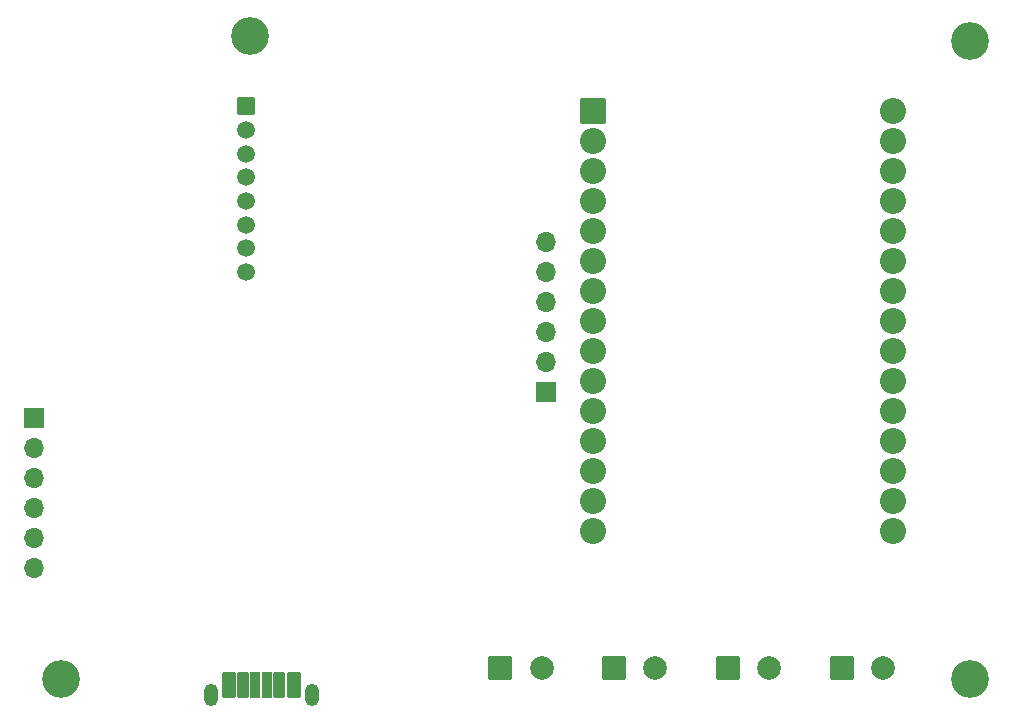
<source format=gbs>
%TF.GenerationSoftware,KiCad,Pcbnew,8.0.6*%
%TF.CreationDate,2025-06-09T20:20:09-07:00*%
%TF.ProjectId,ESP32_Clock_Gallery,45535033-325f-4436-9c6f-636b5f47616c,rev?*%
%TF.SameCoordinates,Original*%
%TF.FileFunction,Soldermask,Bot*%
%TF.FilePolarity,Negative*%
%FSLAX46Y46*%
G04 Gerber Fmt 4.6, Leading zero omitted, Abs format (unit mm)*
G04 Created by KiCad (PCBNEW 8.0.6) date 2025-06-09 20:20:09*
%MOMM*%
%LPD*%
G01*
G04 APERTURE LIST*
G04 Aperture macros list*
%AMRoundRect*
0 Rectangle with rounded corners*
0 $1 Rounding radius*
0 $2 $3 $4 $5 $6 $7 $8 $9 X,Y pos of 4 corners*
0 Add a 4 corners polygon primitive as box body*
4,1,4,$2,$3,$4,$5,$6,$7,$8,$9,$2,$3,0*
0 Add four circle primitives for the rounded corners*
1,1,$1+$1,$2,$3*
1,1,$1+$1,$4,$5*
1,1,$1+$1,$6,$7*
1,1,$1+$1,$8,$9*
0 Add four rect primitives between the rounded corners*
20,1,$1+$1,$2,$3,$4,$5,0*
20,1,$1+$1,$4,$5,$6,$7,0*
20,1,$1+$1,$6,$7,$8,$9,0*
20,1,$1+$1,$8,$9,$2,$3,0*%
G04 Aperture macros list end*
%ADD10C,3.200000*%
%ADD11R,1.700000X1.700000*%
%ADD12O,1.700000X1.700000*%
%ADD13RoundRect,0.102000X-0.900000X-0.900000X0.900000X-0.900000X0.900000X0.900000X-0.900000X0.900000X0*%
%ADD14C,2.004000*%
%ADD15RoundRect,0.102000X0.654000X-0.654000X0.654000X0.654000X-0.654000X0.654000X-0.654000X-0.654000X0*%
%ADD16C,1.512000*%
%ADD17RoundRect,0.102000X-1.000000X-1.000000X1.000000X-1.000000X1.000000X1.000000X-1.000000X1.000000X0*%
%ADD18C,2.204000*%
%ADD19RoundRect,0.102000X0.350000X0.995000X-0.350000X0.995000X-0.350000X-0.995000X0.350000X-0.995000X0*%
%ADD20RoundRect,0.102000X0.400000X0.995000X-0.400000X0.995000X-0.400000X-0.995000X0.400000X-0.995000X0*%
%ADD21RoundRect,0.102000X0.450000X0.995000X-0.450000X0.995000X-0.450000X-0.995000X0.450000X-0.995000X0*%
%ADD22O,1.204000X1.904000*%
G04 APERTURE END LIST*
D10*
X176500000Y-57000000D03*
D11*
X140570000Y-86690000D03*
D12*
X140570000Y-84150000D03*
X140570000Y-81610000D03*
X140570000Y-79070000D03*
X140570000Y-76530000D03*
X140570000Y-73990000D03*
D10*
X115500000Y-56500000D03*
D13*
X156003334Y-110025000D03*
D14*
X159503334Y-110025000D03*
D15*
X115200000Y-62500000D03*
D16*
X115200000Y-64500000D03*
X115200000Y-66500000D03*
X115200000Y-68500000D03*
X115200000Y-70500000D03*
X115200000Y-72500000D03*
X115200000Y-74500000D03*
X115200000Y-76500000D03*
D17*
X144600000Y-62920000D03*
D18*
X144600000Y-65460000D03*
X144600000Y-68000000D03*
X144600000Y-70540000D03*
X144600000Y-73080000D03*
X144600000Y-75620000D03*
X144600000Y-78160000D03*
X144600000Y-80700000D03*
X144600000Y-83240000D03*
X144600000Y-85780000D03*
X144600000Y-88320000D03*
X144600000Y-90860000D03*
X144600000Y-93400000D03*
X144600000Y-95940000D03*
X144600000Y-98480000D03*
X170000000Y-98480000D03*
X170000000Y-95940000D03*
X170000000Y-93400000D03*
X170000000Y-90860000D03*
X170000000Y-88320000D03*
X170000000Y-85780000D03*
X170000000Y-83240000D03*
X170000000Y-80700000D03*
X170000000Y-78160000D03*
X170000000Y-75620000D03*
X170000000Y-73080000D03*
X170000000Y-70540000D03*
X170000000Y-68000000D03*
X170000000Y-65460000D03*
X170000000Y-62920000D03*
D10*
X99500000Y-111000000D03*
D13*
X146354168Y-110025000D03*
D14*
X149854168Y-110025000D03*
D13*
X136705000Y-110025000D03*
D14*
X140205000Y-110025000D03*
D11*
X97250000Y-88920000D03*
D12*
X97250000Y-91460000D03*
X97250000Y-94000000D03*
X97250000Y-96540000D03*
X97250000Y-99080000D03*
X97250000Y-101620000D03*
D13*
X165652500Y-110025000D03*
D14*
X169152500Y-110025000D03*
D10*
X176500000Y-111000000D03*
D19*
X116980000Y-111500000D03*
D20*
X114960000Y-111500000D03*
D21*
X113730000Y-111500000D03*
D19*
X115980000Y-111500000D03*
D20*
X118000000Y-111500000D03*
D21*
X119230000Y-111500000D03*
D22*
X120750000Y-112295000D03*
X112210000Y-112295000D03*
M02*

</source>
